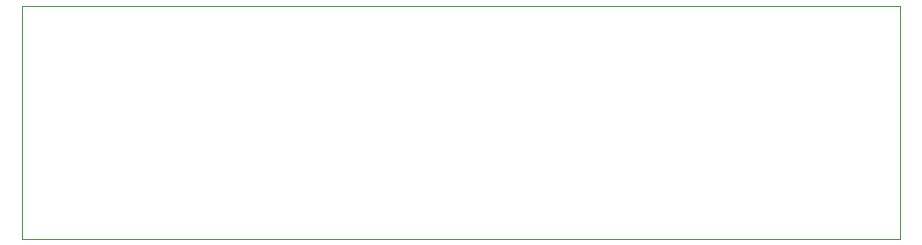
<source format=gm1>
G04 #@! TF.GenerationSoftware,KiCad,Pcbnew,(5.1.10)-1*
G04 #@! TF.CreationDate,2023-12-13T20:03:29-05:00*
G04 #@! TF.ProjectId,LED_Matrix_Button_Board,4c45445f-4d61-4747-9269-785f42757474,rev?*
G04 #@! TF.SameCoordinates,Original*
G04 #@! TF.FileFunction,Profile,NP*
%FSLAX46Y46*%
G04 Gerber Fmt 4.6, Leading zero omitted, Abs format (unit mm)*
G04 Created by KiCad (PCBNEW (5.1.10)-1) date 2023-12-13 20:03:29*
%MOMM*%
%LPD*%
G01*
G04 APERTURE LIST*
G04 #@! TA.AperFunction,Profile*
%ADD10C,0.050000*%
G04 #@! TD*
G04 APERTURE END LIST*
D10*
X115570000Y-120015000D02*
X189865000Y-120015000D01*
X115570000Y-100330000D02*
X115570000Y-120015000D01*
X189865000Y-100330000D02*
X115570000Y-100330000D01*
X189865000Y-120015000D02*
X189865000Y-100330000D01*
M02*

</source>
